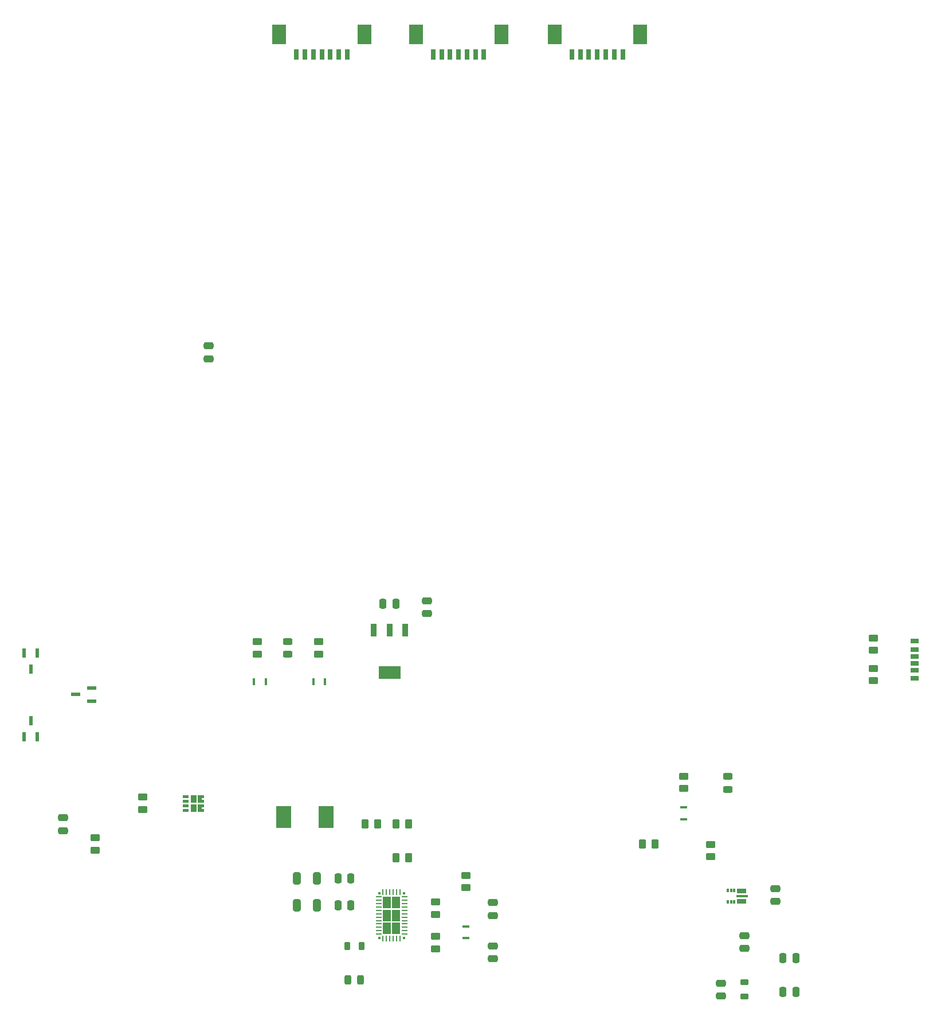
<source format=gtp>
G04 #@! TF.GenerationSoftware,KiCad,Pcbnew,8.0.6*
G04 #@! TF.CreationDate,2025-01-22T16:51:43-05:00*
G04 #@! TF.ProjectId,Main_Board_Rev1,4d61696e-5f42-46f6-9172-645f52657631,rev?*
G04 #@! TF.SameCoordinates,Original*
G04 #@! TF.FileFunction,Paste,Top*
G04 #@! TF.FilePolarity,Positive*
%FSLAX46Y46*%
G04 Gerber Fmt 4.6, Leading zero omitted, Abs format (unit mm)*
G04 Created by KiCad (PCBNEW 8.0.6) date 2025-01-22 16:51:43*
%MOMM*%
%LPD*%
G01*
G04 APERTURE LIST*
G04 Aperture macros list*
%AMRoundRect*
0 Rectangle with rounded corners*
0 $1 Rounding radius*
0 $2 $3 $4 $5 $6 $7 $8 $9 X,Y pos of 4 corners*
0 Add a 4 corners polygon primitive as box body*
4,1,4,$2,$3,$4,$5,$6,$7,$8,$9,$2,$3,0*
0 Add four circle primitives for the rounded corners*
1,1,$1+$1,$2,$3*
1,1,$1+$1,$4,$5*
1,1,$1+$1,$6,$7*
1,1,$1+$1,$8,$9*
0 Add four rect primitives between the rounded corners*
20,1,$1+$1,$2,$3,$4,$5,0*
20,1,$1+$1,$4,$5,$6,$7,0*
20,1,$1+$1,$6,$7,$8,$9,0*
20,1,$1+$1,$8,$9,$2,$3,0*%
G04 Aperture macros list end*
%ADD10C,0.010000*%
%ADD11RoundRect,0.250000X0.450000X-0.262500X0.450000X0.262500X-0.450000X0.262500X-0.450000X-0.262500X0*%
%ADD12RoundRect,0.250000X-0.450000X0.262500X-0.450000X-0.262500X0.450000X-0.262500X0.450000X0.262500X0*%
%ADD13R,1.200000X0.700000*%
%ADD14R,1.200000X0.760000*%
%ADD15R,1.200000X0.800000*%
%ADD16RoundRect,0.250000X0.262500X0.450000X-0.262500X0.450000X-0.262500X-0.450000X0.262500X-0.450000X0*%
%ADD17R,1.450000X0.800000*%
%ADD18R,0.300000X0.600000*%
%ADD19R,1.725000X0.300000*%
%ADD20RoundRect,0.250000X-0.475000X0.250000X-0.475000X-0.250000X0.475000X-0.250000X0.475000X0.250000X0*%
%ADD21RoundRect,0.250000X0.250000X0.475000X-0.250000X0.475000X-0.250000X-0.475000X0.250000X-0.475000X0*%
%ADD22RoundRect,0.243750X-0.243750X-0.456250X0.243750X-0.456250X0.243750X0.456250X-0.243750X0.456250X0*%
%ADD23R,0.800000X1.600000*%
%ADD24R,2.100000X3.000000*%
%ADD25R,2.184400X3.200400*%
%ADD26R,0.406400X0.990600*%
%ADD27R,1.320800X0.558800*%
%ADD28RoundRect,0.243750X-0.456250X0.243750X-0.456250X-0.243750X0.456250X-0.243750X0.456250X0.243750X0*%
%ADD29R,0.990600X0.406400*%
%ADD30RoundRect,0.250000X-0.250000X-0.475000X0.250000X-0.475000X0.250000X0.475000X-0.250000X0.475000X0*%
%ADD31RoundRect,0.250000X-0.262500X-0.450000X0.262500X-0.450000X0.262500X0.450000X-0.262500X0.450000X0*%
%ADD32R,0.812800X0.228600*%
%ADD33R,0.228600X0.812800*%
%ADD34R,1.193800X1.727200*%
%ADD35R,0.381000X0.381000*%
%ADD36RoundRect,0.250000X0.325000X0.650000X-0.325000X0.650000X-0.325000X-0.650000X0.325000X-0.650000X0*%
%ADD37R,0.558800X1.320800*%
%ADD38RoundRect,0.250000X0.475000X-0.250000X0.475000X0.250000X-0.475000X0.250000X-0.475000X-0.250000X0*%
%ADD39RoundRect,0.218750X-0.381250X0.218750X-0.381250X-0.218750X0.381250X-0.218750X0.381250X0.218750X0*%
%ADD40R,0.900000X1.850000*%
%ADD41R,3.200000X1.850000*%
%ADD42RoundRect,0.218750X0.218750X0.381250X-0.218750X0.381250X-0.218750X-0.381250X0.218750X-0.381250X0*%
G04 APERTURE END LIST*
D10*
X56265000Y-135160000D02*
X55485000Y-135160000D01*
X55485000Y-134830000D01*
X56265000Y-134830000D01*
X56265000Y-135160000D01*
G36*
X56265000Y-135160000D02*
G01*
X55485000Y-135160000D01*
X55485000Y-134830000D01*
X56265000Y-134830000D01*
X56265000Y-135160000D01*
G37*
X56265000Y-135830000D02*
X55485000Y-135830000D01*
X55485000Y-135500000D01*
X56265000Y-135500000D01*
X56265000Y-135830000D01*
G36*
X56265000Y-135830000D02*
G01*
X55485000Y-135830000D01*
X55485000Y-135500000D01*
X56265000Y-135500000D01*
X56265000Y-135830000D01*
G37*
X56265000Y-136500000D02*
X55485000Y-136500000D01*
X55485000Y-136170000D01*
X56265000Y-136170000D01*
X56265000Y-136500000D01*
G36*
X56265000Y-136500000D02*
G01*
X55485000Y-136500000D01*
X55485000Y-136170000D01*
X56265000Y-136170000D01*
X56265000Y-136500000D01*
G37*
X56265000Y-137170000D02*
X55485000Y-137170000D01*
X55485000Y-136840000D01*
X56265000Y-136840000D01*
X56265000Y-137170000D01*
G36*
X56265000Y-137170000D02*
G01*
X55485000Y-137170000D01*
X55485000Y-136840000D01*
X56265000Y-136840000D01*
X56265000Y-137170000D01*
G37*
X57450000Y-135830000D02*
X56640000Y-135830000D01*
X56640000Y-134839000D01*
X57450000Y-134839000D01*
X57450000Y-135830000D01*
G36*
X57450000Y-135830000D02*
G01*
X56640000Y-135830000D01*
X56640000Y-134839000D01*
X57450000Y-134839000D01*
X57450000Y-135830000D01*
G37*
X57450000Y-137161000D02*
X56640000Y-137161000D01*
X56640000Y-136170000D01*
X57450000Y-136170000D01*
X57450000Y-137161000D01*
G36*
X57450000Y-137161000D02*
G01*
X56640000Y-137161000D01*
X56640000Y-136170000D01*
X57450000Y-136170000D01*
X57450000Y-137161000D01*
G37*
X58510000Y-135165000D02*
X58160000Y-135165000D01*
X58160000Y-135505000D01*
X58510000Y-135505000D01*
X58510000Y-135830000D01*
X57700000Y-135830000D01*
X57700000Y-134840000D01*
X58510000Y-134840000D01*
X58510000Y-135165000D01*
G36*
X58510000Y-135165000D02*
G01*
X58160000Y-135165000D01*
X58160000Y-135505000D01*
X58510000Y-135505000D01*
X58510000Y-135830000D01*
X57700000Y-135830000D01*
X57700000Y-134840000D01*
X58510000Y-134840000D01*
X58510000Y-135165000D01*
G37*
X58510000Y-136495000D02*
X58160000Y-136495000D01*
X58160000Y-136835000D01*
X58510000Y-136835000D01*
X58510000Y-137160000D01*
X57700000Y-137160000D01*
X57700000Y-136170000D01*
X58510000Y-136170000D01*
X58510000Y-136495000D01*
G36*
X58510000Y-136495000D02*
G01*
X58160000Y-136495000D01*
X58160000Y-136835000D01*
X58510000Y-136835000D01*
X58510000Y-137160000D01*
X57700000Y-137160000D01*
X57700000Y-136170000D01*
X58510000Y-136170000D01*
X58510000Y-136495000D01*
G37*
D11*
X157500000Y-117912500D03*
X157500000Y-116087500D03*
D12*
X157500000Y-111587500D03*
X157500000Y-113412500D03*
D13*
X163620000Y-114320000D03*
X163620000Y-115320000D03*
D14*
X163620000Y-113300000D03*
X163620000Y-116340000D03*
D15*
X163620000Y-112070000D03*
X163620000Y-117570000D03*
D16*
X125200000Y-142000000D03*
X123375000Y-142000000D03*
D17*
X137975000Y-149000000D03*
D18*
X136925000Y-148900000D03*
X136475000Y-148900000D03*
X136025000Y-148900000D03*
X136025000Y-150600000D03*
X136475000Y-150600000D03*
X136925000Y-150600000D03*
D17*
X137975000Y-150500000D03*
D19*
X138112500Y-149750000D03*
D20*
X138475000Y-155550000D03*
X138475000Y-157450000D03*
D16*
X88799976Y-139070108D03*
X86974976Y-139070108D03*
D20*
X101299976Y-150670108D03*
X101299976Y-152570108D03*
D21*
X80299976Y-151070108D03*
X78399976Y-151070108D03*
D22*
X79862476Y-162070108D03*
X81737476Y-162070108D03*
D11*
X42500000Y-142912500D03*
X42500000Y-141087500D03*
D23*
X79750000Y-25400000D03*
X78500000Y-25400000D03*
X77250000Y-25400000D03*
X76000000Y-25400000D03*
X74750000Y-25400000D03*
X73500000Y-25400000D03*
X72250000Y-25400000D03*
D24*
X82300000Y-22500000D03*
X69700000Y-22500000D03*
D25*
X70375800Y-138000000D03*
X76624200Y-138000000D03*
D26*
X67701800Y-118062500D03*
X66000000Y-118062500D03*
D27*
X42000000Y-120905000D03*
X42000000Y-119000000D03*
X39612400Y-119952500D03*
D28*
X135975000Y-132062500D03*
X135975000Y-133937500D03*
D29*
X129475000Y-138334900D03*
X129475000Y-136633100D03*
D30*
X85050000Y-106562500D03*
X86950000Y-106562500D03*
D11*
X133475000Y-143912500D03*
X133475000Y-142087500D03*
D30*
X78399976Y-147070108D03*
X80299976Y-147070108D03*
D11*
X92799976Y-152395108D03*
X92799976Y-150570108D03*
D31*
X86974976Y-144070108D03*
X88799976Y-144070108D03*
D32*
X84407676Y-149819415D03*
X84407676Y-150319541D03*
X84407676Y-150819667D03*
X84407676Y-151319793D03*
X84407676Y-151819919D03*
X84407676Y-152320045D03*
X84407676Y-152820171D03*
X84407676Y-153320297D03*
X84407676Y-153820423D03*
X84407676Y-154320549D03*
X84407676Y-154820675D03*
X84407676Y-155320801D03*
D33*
X85049661Y-155973708D03*
X85549787Y-155973708D03*
X86049913Y-155973708D03*
X86550039Y-155973708D03*
X87050165Y-155973708D03*
X87550291Y-155973708D03*
D32*
X88192276Y-155320801D03*
X88192276Y-154820675D03*
X88192276Y-154320549D03*
X88192276Y-153820423D03*
X88192276Y-153320297D03*
X88192276Y-152820171D03*
X88192276Y-152320045D03*
X88192276Y-151819919D03*
X88192276Y-151319793D03*
X88192276Y-150819667D03*
X88192276Y-150319541D03*
X88192276Y-149819415D03*
D33*
X87550291Y-149166508D03*
X87050165Y-149166508D03*
X86550039Y-149166508D03*
X86049913Y-149166508D03*
X85549787Y-149166508D03*
X85049661Y-149166508D03*
D34*
X85599952Y-150640108D03*
X87000000Y-150640108D03*
X85599952Y-152570108D03*
X87000000Y-152570108D03*
X85599952Y-154500000D03*
X87000000Y-154500000D03*
D35*
X84487476Y-149257607D03*
X84487476Y-155882609D03*
X88112476Y-155882609D03*
X88112476Y-149257607D03*
D23*
X99950000Y-25400000D03*
X98700000Y-25400000D03*
X97450000Y-25400000D03*
X96200000Y-25400000D03*
X94950000Y-25400000D03*
X93700000Y-25400000D03*
X92450000Y-25400000D03*
D24*
X102500000Y-22500000D03*
X89900000Y-22500000D03*
D29*
X97299976Y-154165100D03*
X97299976Y-155866900D03*
D23*
X120450000Y-25400000D03*
X119200000Y-25400000D03*
X117950000Y-25400000D03*
X116700000Y-25400000D03*
X115450000Y-25400000D03*
X114200000Y-25400000D03*
X112950000Y-25400000D03*
D24*
X123000000Y-22500000D03*
X110400000Y-22500000D03*
D36*
X75274976Y-147070108D03*
X72324976Y-147070108D03*
D20*
X101299976Y-157070108D03*
X101299976Y-158970108D03*
D11*
X97299976Y-148482608D03*
X97299976Y-146657608D03*
D37*
X32047500Y-126193800D03*
X33952500Y-126193800D03*
X33000000Y-123806200D03*
D36*
X75274976Y-151070108D03*
X72324976Y-151070108D03*
D12*
X75500000Y-112150000D03*
X75500000Y-113975000D03*
D38*
X134975000Y-164450000D03*
X134975000Y-162550000D03*
D30*
X144125000Y-158900000D03*
X146025000Y-158900000D03*
D39*
X138475000Y-162437500D03*
X138475000Y-164562500D03*
D16*
X84212476Y-139070108D03*
X82387476Y-139070108D03*
D12*
X66500000Y-112150000D03*
X66500000Y-113975000D03*
D20*
X59255000Y-68475000D03*
X59255000Y-70375000D03*
D30*
X144125000Y-163900000D03*
X146025000Y-163900000D03*
D26*
X74798200Y-118062500D03*
X76500000Y-118062500D03*
D11*
X92799976Y-157482608D03*
X92799976Y-155657608D03*
D28*
X71000000Y-112125000D03*
X71000000Y-114000000D03*
D12*
X129475000Y-132000000D03*
X129475000Y-133825000D03*
D37*
X33952500Y-113806200D03*
X32047500Y-113806200D03*
X33000000Y-116193800D03*
D20*
X142975000Y-148600000D03*
X142975000Y-150500000D03*
D40*
X88300000Y-110462500D03*
X86000000Y-110462500D03*
X83700000Y-110462500D03*
D41*
X86000000Y-116662500D03*
D42*
X81862476Y-157070108D03*
X79737476Y-157070108D03*
D38*
X37770000Y-140035720D03*
X37770000Y-138135720D03*
X91500000Y-108012500D03*
X91500000Y-106112500D03*
D12*
X49500000Y-135087500D03*
X49500000Y-136912500D03*
M02*

</source>
